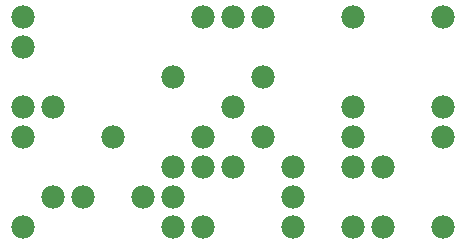
<source format=gbs>
G75*
%MOIN*%
%OFA0B0*%
%FSLAX25Y25*%
%IPPOS*%
%LPD*%
%AMOC8*
5,1,8,0,0,1.08239X$1,22.5*
%
%ADD10C,0.07800*%
D10*
X0011000Y0011000D03*
X0021000Y0021000D03*
X0031000Y0021000D03*
X0051000Y0021000D03*
X0061000Y0021000D03*
X0061000Y0011000D03*
X0071000Y0011000D03*
X0071000Y0031000D03*
X0061000Y0031000D03*
X0071000Y0041000D03*
X0081000Y0031000D03*
X0091000Y0041000D03*
X0101000Y0031000D03*
X0101000Y0021000D03*
X0101000Y0011000D03*
X0121000Y0011000D03*
X0131000Y0011000D03*
X0151000Y0011000D03*
X0131000Y0031000D03*
X0121000Y0031000D03*
X0121000Y0041000D03*
X0121000Y0051000D03*
X0091000Y0061000D03*
X0081000Y0051000D03*
X0061000Y0061000D03*
X0071000Y0081000D03*
X0081000Y0081000D03*
X0091000Y0081000D03*
X0121000Y0081000D03*
X0151000Y0081000D03*
X0151000Y0051000D03*
X0151000Y0041000D03*
X0041000Y0041000D03*
X0021000Y0051000D03*
X0011000Y0051000D03*
X0011000Y0041000D03*
X0011000Y0071000D03*
X0011000Y0081000D03*
M02*

</source>
